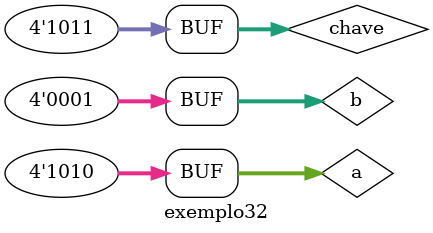
<source format=v>
 
module f4 (output [3:0] s, 
                    input  [3:0] a, 
                    input  [3:0] b); 
 
// descrever por portas 
 
endmodule // f4 

module xorgate (output [3:0] s, input [3:0] a, input [3:0] b);
	assign s = a ^ b;
endmodule

module xnorgate (output [3:0] s, input [3:0] a, input [3:0] b);
	assign s = ~(a ^ b);
endmodule

module orgate (output [3:0] s, input [3:0] a, input [3:0] b);
	assign s = a | b;
endmodule

module norgate (output [3:0] s, input [3:0] a, input [3:0] b);
	assign s = ~(a | b);
endmodule

module notgate (output [3:0] s, input [3:0] a);
	assign s = ~a;
endmodule

module andgate (output [3:0] s, input [3:0] a, input [3:0] b);
	assign s = a & b;
endmodule

module nandgate (output [3:0] s, input [3:0] a, input [3:0] b);
	assign s = ~(a & b);
endmodule

module exemplo32;
	reg [3:0] a;
	reg [3:0] b;
	reg [3:0] chave;
	wire [3:0] s1;
	wire [3:0] s2;
	wire [3:0] s3;
	wire [3:0] s4;
	wire [3:0] s5;
	wire [3:0] s6;
	wire [3:0] s7;
	wire [3:0] s8;
	
	xnorgate XNOR1 (s1,a,b);
	xorgate XOR1 (s2,a,b);
	orgate OR1 (s3,a,b);
	norgate NOR1 (s4,a,b);
	notgate NOT1 (s5,a);
	notgate NOT2 (s6,b);
	andgate AND1 (s7,a,b);
	nandgate NAND1 (s8,a,b);
	
	initial begin
	 
      $display("Exemplo0032 - Andre Henriques Fernandes - 427386"); 
      $display("Test LU's module"); 
		
 		$display("a     b  chave XNOR XOR  OR   NOR  NOTa NOTb AND  NAND");
		
		$monitor("%4b %4b %4b %4b %4b %4b %4b %4b %4b %4b %4b",a,b,chave,s1,s2,s3,s4,s5,s6,s7,s8);
		
      a = 4'b0000; b = 4'b0000; chave=4'b0000;
 
   #1 a = 4'b0001; b = 4'b1010; chave=4'b1010; 
			
	#1 a = 4'b0010; b = 4'b1001; chave=4'b1100; 
	
	#1 a = 4'b0011; b = 4'b1000; chave=4'b0011;
	 
	#1 a = 4'b0100; b = 4'b0111; chave=4'b1001;
	
	#1 a = 4'b0101; b = 4'b0110; chave=4'b0100; 
	
	#1 a = 4'b0110; b = 4'b0101; chave=4'b0010;
	
	#1 a = 4'b0111; b = 4'b0100; chave=4'b1111; 
	
	#1 a = 4'b1000; b = 4'b0011; chave=4'b1101; 
	
	#1 a = 4'b1001; b = 4'b0010; chave=4'b1110;
	
	#1 a = 4'b1010; b = 4'b0001; chave=4'b1011;
	
 
   end 
 
endmodule // test_f4


</source>
